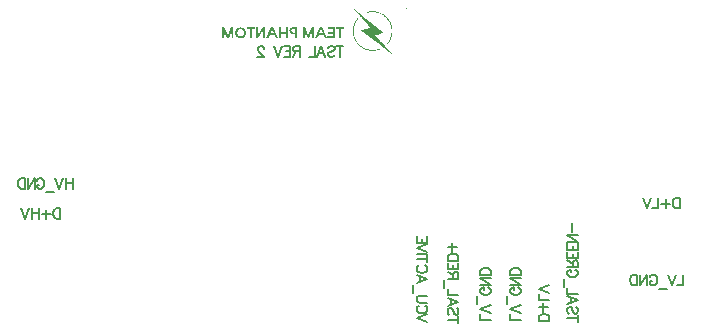
<source format=gbo>
G04*
G04 #@! TF.GenerationSoftware,Altium Limited,Altium Designer,18.1.11 (251)*
G04*
G04 Layer_Color=32896*
%FSLAX25Y25*%
%MOIN*%
G70*
G01*
G75*
%ADD15C,0.00650*%
G36*
X157433Y131452D02*
X157476D01*
Y131410D01*
X157518D01*
Y131367D01*
X157561D01*
Y131325D01*
X157603D01*
Y131282D01*
X157646D01*
Y131240D01*
X157688D01*
Y131198D01*
X157730D01*
Y131155D01*
Y131113D01*
X157815D01*
Y131070D01*
Y131028D01*
X157730D01*
Y131070D01*
Y131113D01*
X157646D01*
Y131155D01*
X157603D01*
Y131198D01*
Y131240D01*
X157518D01*
Y131282D01*
Y131325D01*
X157433D01*
Y131367D01*
Y131410D01*
X157349D01*
Y131452D01*
Y131495D01*
X157433D01*
Y131452D01*
D02*
G37*
G36*
X118189Y121261D02*
X117537D01*
Y122760D01*
X115788D01*
Y121261D01*
X115149D01*
Y124801D01*
X115788D01*
Y123329D01*
X117537D01*
Y124801D01*
X118189D01*
Y121261D01*
D02*
G37*
G36*
X110555D02*
X109916D01*
Y123884D01*
X108043Y121261D01*
X107404D01*
Y124801D01*
X108029D01*
Y122219D01*
X109889Y124801D01*
X110555D01*
Y121261D01*
D02*
G37*
G36*
X126850Y121261D02*
X126239D01*
Y123732D01*
X125268Y121261D01*
X124713D01*
X123741Y123732D01*
Y121261D01*
X123144D01*
Y124801D01*
X123796D01*
X124976Y122122D01*
X126156Y124801D01*
X126850D01*
Y121261D01*
D02*
G37*
G36*
X99964Y121261D02*
X99354D01*
Y123732D01*
X98382Y121261D01*
X97827D01*
X96869Y123732D01*
Y121261D01*
X96259D01*
Y124801D01*
X96911D01*
X98091Y122122D01*
X99284Y124801D01*
X99964D01*
Y121261D01*
D02*
G37*
G36*
X136802Y124232D02*
X135789D01*
Y121261D01*
X135150D01*
Y124232D01*
X134123D01*
Y124801D01*
X136802D01*
Y124232D01*
D02*
G37*
G36*
X133748Y121261D02*
X131306D01*
Y121830D01*
X133110D01*
Y122760D01*
X131430D01*
Y123343D01*
X133110D01*
Y124232D01*
X131333D01*
Y124801D01*
X133748D01*
Y121261D01*
D02*
G37*
G36*
X131000D02*
X130348D01*
X129168Y124120D01*
X128613Y122788D01*
X129335D01*
X129557Y122219D01*
X128377D01*
X127974Y121261D01*
X127267D01*
X128807Y124801D01*
X129515D01*
X131000Y121261D01*
D02*
G37*
G36*
X121284Y121261D02*
X120632D01*
Y124204D01*
X119744D01*
X119591Y124190D01*
X119494Y124148D01*
X119424Y124107D01*
X119410Y124093D01*
X119341Y123995D01*
X119313Y123898D01*
X119299Y123815D01*
Y123787D01*
Y123773D01*
X119313Y123676D01*
X119341Y123593D01*
X119410Y123454D01*
X119466Y123399D01*
X119494Y123357D01*
X119521Y123343D01*
X119535Y123329D01*
X119632Y123274D01*
X119730Y123218D01*
X119952Y123135D01*
X120049Y123107D01*
X120132Y123079D01*
X120188Y123066D01*
X120202D01*
X120104Y122496D01*
X119841Y122538D01*
X119619Y122608D01*
X119424Y122677D01*
X119272Y122746D01*
X119147Y122816D01*
X119063Y122871D01*
X119008Y122913D01*
X118994Y122927D01*
X118869Y123066D01*
X118772Y123204D01*
X118716Y123357D01*
X118661Y123496D01*
X118633Y123607D01*
X118619Y123718D01*
Y123773D01*
Y123801D01*
X118633Y123982D01*
X118661Y124134D01*
X118702Y124259D01*
X118758Y124370D01*
X118814Y124440D01*
X118855Y124509D01*
X118883Y124537D01*
X118897Y124551D01*
X119008Y124634D01*
X119133Y124689D01*
X119272Y124745D01*
X119396Y124773D01*
X119521Y124787D01*
X119619Y124801D01*
X121284D01*
Y121261D01*
D02*
G37*
G36*
X114705D02*
X114039D01*
X112873Y124120D01*
X112318Y122788D01*
X113026D01*
X113262Y122219D01*
X112082D01*
X111679Y121261D01*
X110971D01*
X112512Y124801D01*
X113220D01*
X114705Y121261D01*
D02*
G37*
G36*
X107029Y124232D02*
X106016D01*
Y121261D01*
X105350D01*
Y124232D01*
X104351D01*
Y124801D01*
X107029D01*
Y124232D01*
D02*
G37*
G36*
X102629Y124801D02*
X102907Y124745D01*
X103129Y124676D01*
X103323Y124592D01*
X103462Y124495D01*
X103573Y124426D01*
X103629Y124370D01*
X103657Y124356D01*
X103809Y124176D01*
X103906Y123968D01*
X103990Y123746D01*
X104045Y123524D01*
X104073Y123329D01*
X104087Y123177D01*
X104101Y123107D01*
Y123066D01*
Y123038D01*
Y123024D01*
X104073Y122705D01*
X104017Y122441D01*
X103934Y122205D01*
X103851Y122025D01*
X103768Y121872D01*
X103698Y121761D01*
X103643Y121705D01*
X103629Y121677D01*
X103435Y121525D01*
X103226Y121428D01*
X103018Y121344D01*
X102810Y121289D01*
X102616Y121261D01*
X102463Y121247D01*
X102407Y121233D01*
X102324D01*
X102019Y121247D01*
X101755Y121303D01*
X101533Y121372D01*
X101353Y121456D01*
X101200Y121539D01*
X101103Y121608D01*
X101033Y121664D01*
X101019Y121677D01*
X100867Y121872D01*
X100756Y122080D01*
X100686Y122302D01*
X100631Y122524D01*
X100603Y122719D01*
X100575Y122885D01*
Y122941D01*
Y122982D01*
Y123010D01*
Y123024D01*
X100589Y123343D01*
X100645Y123607D01*
X100714Y123843D01*
X100797Y124023D01*
X100881Y124176D01*
X100950Y124273D01*
X101005Y124343D01*
X101019Y124356D01*
X101200Y124509D01*
X101408Y124620D01*
X101630Y124703D01*
X101838Y124759D01*
X102033Y124787D01*
X102185Y124814D01*
X102324D01*
X102629Y124801D01*
D02*
G37*
G36*
X146921Y130214D02*
X147281Y130172D01*
X147601Y130117D01*
X147740Y130089D01*
X147864Y130061D01*
X147975Y130033D01*
X148073Y130006D01*
X148156Y129992D01*
X148211Y129978D01*
X148239Y129964D01*
X148253D01*
X148628Y129839D01*
X148975Y129686D01*
X149308Y129534D01*
X149585Y129381D01*
X149710Y129312D01*
X149835Y129242D01*
X149933Y129173D01*
X150016Y129131D01*
X150071Y129076D01*
X150127Y129048D01*
X150155Y129034D01*
X150169Y129020D01*
X150488Y128784D01*
X150793Y128520D01*
X151057Y128271D01*
X151293Y128035D01*
X151473Y127813D01*
X151557Y127729D01*
X151612Y127646D01*
X151667Y127577D01*
X151709Y127535D01*
X151723Y127507D01*
X151737Y127493D01*
X151959Y127146D01*
X152167Y126799D01*
X152320Y126466D01*
X152459Y126161D01*
X152514Y126022D01*
X152570Y125897D01*
X152597Y125786D01*
X152639Y125703D01*
X152667Y125619D01*
X152681Y125564D01*
X152695Y125536D01*
Y125522D01*
X152792Y125134D01*
X152861Y124745D01*
X152917Y124384D01*
X152945Y124065D01*
X152958Y123926D01*
Y123787D01*
X152972Y123676D01*
Y123579D01*
Y123510D01*
Y123440D01*
Y123413D01*
Y123399D01*
X152945Y122996D01*
X152889Y122621D01*
X152820Y122274D01*
X152750Y121955D01*
X152708Y121816D01*
X152681Y121691D01*
X152639Y121580D01*
X152611Y121497D01*
X152584Y121414D01*
X152570Y121358D01*
X152556Y121331D01*
Y121317D01*
X152403Y120942D01*
X152223Y120581D01*
X152042Y120262D01*
X151862Y119984D01*
X151779Y119859D01*
X151709Y119748D01*
X151640Y119651D01*
X151570Y119568D01*
X151529Y119498D01*
X151487Y119457D01*
X151473Y119429D01*
X151459Y119415D01*
Y119429D01*
X151223Y119596D01*
X151459Y119915D01*
X151681Y120234D01*
X151862Y120539D01*
X152001Y120817D01*
X152126Y121053D01*
X152167Y121164D01*
X152209Y121247D01*
X152237Y121317D01*
X152264Y121372D01*
X152278Y121400D01*
Y121414D01*
X152403Y121789D01*
X152486Y122136D01*
X152570Y122483D01*
X152611Y122788D01*
X152639Y122913D01*
X152653Y123038D01*
Y123149D01*
X152667Y123246D01*
X152681Y123315D01*
Y123371D01*
Y123399D01*
Y123413D01*
Y123787D01*
X152653Y124162D01*
X152611Y124495D01*
X152556Y124801D01*
X152528Y124939D01*
X152514Y125064D01*
X152486Y125175D01*
X152459Y125259D01*
X152445Y125342D01*
X152431Y125397D01*
X152417Y125425D01*
Y125439D01*
X152292Y125814D01*
X152139Y126161D01*
X151987Y126480D01*
X151834Y126758D01*
X151765Y126883D01*
X151695Y126994D01*
X151640Y127077D01*
X151584Y127160D01*
X151543Y127230D01*
X151515Y127271D01*
X151487Y127299D01*
Y127313D01*
X151237Y127632D01*
X150987Y127910D01*
X150738Y128173D01*
X150502Y128382D01*
X150307Y128562D01*
X150141Y128687D01*
X150085Y128743D01*
X150044Y128770D01*
X150016Y128798D01*
X150002D01*
X149669Y129006D01*
X149350Y129187D01*
X149044Y129339D01*
X148767Y129464D01*
X148517Y129561D01*
X148420Y129603D01*
X148336Y129631D01*
X148267Y129659D01*
X148211Y129672D01*
X148184Y129686D01*
X148170D01*
X147795Y129783D01*
X147434Y129853D01*
X147101Y129894D01*
X146782Y129922D01*
X146643D01*
X146518Y129936D01*
X146143D01*
X145755Y129908D01*
X145380Y129867D01*
X145033Y129797D01*
X144728Y129714D01*
X144589Y129686D01*
X144464Y129645D01*
X144353Y129617D01*
X144270Y129575D01*
X144186Y129561D01*
X144131Y129534D01*
X144103Y129520D01*
X144089D01*
X143992Y129783D01*
X144380Y129922D01*
X144769Y130033D01*
X145130Y130117D01*
X145449Y130172D01*
X145602Y130186D01*
X145727Y130214D01*
X145852D01*
X145949Y130228D01*
X146018Y130242D01*
X146532D01*
X146921Y130214D01*
D02*
G37*
G36*
X141632Y127799D02*
X141369Y127479D01*
X141147Y127160D01*
X140952Y126855D01*
X140799Y126577D01*
X140675Y126327D01*
X140619Y126230D01*
X140577Y126133D01*
X140550Y126064D01*
X140522Y126008D01*
X140508Y125980D01*
Y125967D01*
X140369Y125592D01*
X140272Y125231D01*
X140189Y124884D01*
X140133Y124578D01*
X140119Y124440D01*
X140092Y124315D01*
Y124204D01*
X140078Y124120D01*
X140064Y124037D01*
Y123982D01*
Y123954D01*
Y123940D01*
Y123551D01*
X140078Y123190D01*
X140119Y122844D01*
X140161Y122524D01*
X140189Y122385D01*
X140217Y122260D01*
X140230Y122150D01*
X140258Y122066D01*
X140272Y121983D01*
X140286Y121927D01*
X140300Y121900D01*
Y121886D01*
X140425Y121511D01*
X140577Y121150D01*
X140730Y120817D01*
X140883Y120526D01*
X140952Y120401D01*
X141022Y120290D01*
X141091Y120192D01*
X141133Y120109D01*
X141188Y120040D01*
X141216Y119998D01*
X141230Y119970D01*
X141244Y119956D01*
X141493Y119623D01*
X141757Y119332D01*
X142007Y119082D01*
X142257Y118860D01*
X142465Y118679D01*
X142548Y118610D01*
X142618Y118555D01*
X142687Y118499D01*
X142729Y118471D01*
X142757Y118457D01*
X142770Y118444D01*
X143104Y118235D01*
X143437Y118055D01*
X143756Y117902D01*
X144047Y117777D01*
X144297Y117680D01*
X144394Y117639D01*
X144492Y117611D01*
X144561Y117583D01*
X144616Y117569D01*
X144644Y117555D01*
X144658D01*
X145033Y117472D01*
X145408Y117403D01*
X145755Y117361D01*
X146060Y117347D01*
X146213Y117333D01*
X146726D01*
X147115Y117375D01*
X147490Y117430D01*
X147851Y117514D01*
X148156Y117597D01*
X148309Y117639D01*
X148433Y117680D01*
X148531Y117722D01*
X148628Y117750D01*
X148711Y117777D01*
X148767Y117805D01*
X148794Y117819D01*
X148808D01*
X148919Y117555D01*
X148475Y117389D01*
X148267Y117319D01*
X148073Y117264D01*
X147906Y117222D01*
X147781Y117194D01*
X147698Y117167D01*
X147670D01*
X147420Y117125D01*
X147198Y117097D01*
X146976Y117069D01*
X146782Y117055D01*
X146615D01*
X146490Y117042D01*
X146379D01*
X146046Y117055D01*
X145893D01*
X145768Y117069D01*
X145658Y117083D01*
X145560D01*
X145505Y117097D01*
X145491D01*
X145172Y117153D01*
X145019Y117180D01*
X144880Y117208D01*
X144769Y117236D01*
X144686Y117264D01*
X144630Y117278D01*
X144616D01*
X144214Y117403D01*
X143839Y117555D01*
X143506Y117708D01*
X143201Y117861D01*
X143076Y117930D01*
X142951Y117999D01*
X142854Y118055D01*
X142770Y118110D01*
X142701Y118166D01*
X142646Y118194D01*
X142618Y118208D01*
X142604Y118221D01*
X142271Y118471D01*
X141965Y118735D01*
X141688Y118999D01*
X141466Y119249D01*
X141271Y119457D01*
X141202Y119554D01*
X141133Y119623D01*
X141091Y119693D01*
X141049Y119734D01*
X141035Y119762D01*
X141022Y119776D01*
X140786Y120123D01*
X140591Y120470D01*
X140411Y120817D01*
X140272Y121122D01*
X140217Y121261D01*
X140175Y121386D01*
X140133Y121497D01*
X140092Y121594D01*
X140064Y121664D01*
X140050Y121733D01*
X140036Y121761D01*
Y121775D01*
X139939Y122177D01*
X139856Y122580D01*
X139814Y122954D01*
X139786Y123288D01*
X139772Y123440D01*
Y123579D01*
Y123704D01*
Y123801D01*
Y123884D01*
Y123940D01*
Y123982D01*
Y123995D01*
X139814Y124412D01*
X139883Y124801D01*
X139953Y125161D01*
X140036Y125481D01*
X140078Y125619D01*
X140119Y125744D01*
X140161Y125855D01*
X140189Y125953D01*
X140217Y126036D01*
X140244Y126091D01*
X140258Y126119D01*
Y126133D01*
X140425Y126508D01*
X140619Y126869D01*
X140799Y127174D01*
X140994Y127452D01*
X141077Y127577D01*
X141160Y127674D01*
X141230Y127771D01*
X141285Y127854D01*
X141341Y127910D01*
X141382Y127951D01*
X141396Y127979D01*
X141410Y127993D01*
X141632Y127799D01*
D02*
G37*
G36*
X140702Y130602D02*
X141147Y130242D01*
X141549Y129908D01*
X141743Y129756D01*
X141924Y129603D01*
X142076Y129478D01*
X142229Y129353D01*
X142354Y129256D01*
X142465Y129159D01*
X142548Y129089D01*
X142618Y129034D01*
X142659Y129006D01*
X142673Y128992D01*
X143117Y128631D01*
X143562Y128271D01*
X143978Y127937D01*
X144158Y127771D01*
X144339Y127632D01*
X144505Y127493D01*
X144658Y127382D01*
X144783Y127271D01*
X144894Y127174D01*
X144977Y127105D01*
X145047Y127049D01*
X145088Y127021D01*
X145102Y127007D01*
X145546Y126647D01*
X145991Y126286D01*
X146407Y125953D01*
X146587Y125800D01*
X146768Y125647D01*
X146934Y125522D01*
X147087Y125397D01*
X147212Y125300D01*
X147323Y125203D01*
X147406Y125134D01*
X147476Y125078D01*
X147517Y125050D01*
X147531Y125037D01*
X147989Y124662D01*
X148420Y124301D01*
X148836Y123968D01*
X149030Y123815D01*
X149211Y123662D01*
X149363Y123524D01*
X149516Y123413D01*
X149655Y123301D01*
X149766Y123204D01*
X149849Y123135D01*
X149919Y123079D01*
X149960Y123052D01*
X149974Y123038D01*
X149724Y122954D01*
X149475Y122871D01*
X149252Y122788D01*
X149058Y122719D01*
X148878Y122663D01*
X148753Y122621D01*
X148669Y122594D01*
X148656Y122580D01*
X148642D01*
X148392Y122496D01*
X148156Y122427D01*
X147934Y122344D01*
X147726Y122274D01*
X147559Y122219D01*
X147420Y122177D01*
X147337Y122150D01*
X147323Y122136D01*
X147309D01*
X147573Y121858D01*
X147823Y121580D01*
X148059Y121317D01*
X148281Y121095D01*
X148447Y120900D01*
X148586Y120748D01*
X148642Y120692D01*
X148683Y120650D01*
X148697Y120637D01*
X148711Y120623D01*
X148975Y120345D01*
X149225Y120068D01*
X149475Y119804D01*
X149683Y119582D01*
X149863Y119387D01*
X150002Y119235D01*
X150057Y119179D01*
X150099Y119138D01*
X150113Y119124D01*
X150127Y119110D01*
X150391Y118832D01*
X150640Y118568D01*
X150876Y118319D01*
X151085Y118096D01*
X151265Y117902D01*
X151390Y117750D01*
X151445Y117694D01*
X151487Y117652D01*
X151501Y117639D01*
X151515Y117625D01*
X151779Y117347D01*
X152028Y117083D01*
X152264Y116833D01*
X152473Y116611D01*
X152653Y116417D01*
X152778Y116264D01*
X152833Y116209D01*
X152875Y116167D01*
X152889Y116153D01*
X152903Y116139D01*
Y116126D01*
Y116112D01*
X152889Y116084D01*
X152875Y116070D01*
X152389Y116431D01*
X151931Y116778D01*
X151487Y117111D01*
X151279Y117264D01*
X151098Y117403D01*
X150918Y117541D01*
X150765Y117652D01*
X150627Y117763D01*
X150502Y117847D01*
X150404Y117916D01*
X150335Y117972D01*
X150293Y117999D01*
X150279Y118013D01*
X149794Y118374D01*
X149322Y118721D01*
X148878Y119054D01*
X148683Y119207D01*
X148489Y119346D01*
X148322Y119484D01*
X148156Y119596D01*
X148017Y119707D01*
X147906Y119790D01*
X147809Y119859D01*
X147740Y119915D01*
X147698Y119943D01*
X147684Y119956D01*
X147198Y120331D01*
X146726Y120678D01*
X146282Y121011D01*
X146074Y121164D01*
X145893Y121317D01*
X145713Y121442D01*
X145560Y121566D01*
X145422Y121664D01*
X145297Y121761D01*
X145199Y121830D01*
X145130Y121886D01*
X145088Y121914D01*
X145074Y121927D01*
X144589Y122302D01*
X144117Y122663D01*
X143673Y122996D01*
X143464Y123149D01*
X143270Y123288D01*
X143090Y123426D01*
X142937Y123538D01*
X142798Y123649D01*
X142673Y123732D01*
X142576Y123801D01*
X142507Y123857D01*
X142465Y123884D01*
X142451Y123898D01*
X142757Y123982D01*
X143048Y124065D01*
X143326Y124134D01*
X143576Y124204D01*
X143784Y124245D01*
X143867Y124273D01*
X143936Y124287D01*
X143992Y124315D01*
X144034D01*
X144061Y124329D01*
X144075D01*
X144380Y124412D01*
X144672Y124495D01*
X144936Y124565D01*
X145186Y124634D01*
X145394Y124689D01*
X145477Y124717D01*
X145546Y124731D01*
X145602Y124745D01*
X145644Y124759D01*
X145671Y124773D01*
X145685D01*
X145422Y125064D01*
X145172Y125328D01*
X144950Y125592D01*
X144741Y125828D01*
X144561Y126022D01*
X144422Y126175D01*
X144380Y126230D01*
X144339Y126272D01*
X144325Y126286D01*
X144311Y126300D01*
X144047Y126591D01*
X143798Y126869D01*
X143576Y127132D01*
X143367Y127368D01*
X143187Y127563D01*
X143048Y127715D01*
X143006Y127771D01*
X142965Y127813D01*
X142951Y127826D01*
X142937Y127840D01*
X142687Y128132D01*
X142437Y128395D01*
X142201Y128659D01*
X142007Y128895D01*
X141827Y129089D01*
X141688Y129242D01*
X141646Y129298D01*
X141604Y129339D01*
X141591Y129353D01*
X141577Y129367D01*
X141327Y129659D01*
X141077Y129922D01*
X140855Y130186D01*
X140647Y130408D01*
X140480Y130602D01*
X140341Y130755D01*
X140300Y130811D01*
X140258Y130852D01*
X140244Y130866D01*
X140230Y130880D01*
Y130908D01*
X140244Y130922D01*
Y130949D01*
X140258Y130963D01*
X140702Y130602D01*
D02*
G37*
%LPC*%
G36*
X102421Y124259D02*
X102324D01*
X102144Y124245D01*
X101977Y124204D01*
X101838Y124162D01*
X101727Y124107D01*
X101644Y124037D01*
X101588Y123995D01*
X101547Y123954D01*
X101533Y123940D01*
X101436Y123815D01*
X101366Y123676D01*
X101325Y123524D01*
X101283Y123371D01*
X101269Y123246D01*
X101255Y123135D01*
Y123066D01*
Y123052D01*
Y123038D01*
X101269Y122830D01*
X101297Y122635D01*
X101339Y122483D01*
X101394Y122358D01*
X101450Y122247D01*
X101491Y122177D01*
X101519Y122136D01*
X101533Y122122D01*
X101644Y122025D01*
X101769Y121941D01*
X101894Y121886D01*
X102033Y121858D01*
X102144Y121830D01*
X102241Y121816D01*
X102324D01*
X102518Y121830D01*
X102685Y121858D01*
X102838Y121914D01*
X102949Y121969D01*
X103046Y122025D01*
X103101Y122080D01*
X103143Y122108D01*
X103157Y122122D01*
X103240Y122247D01*
X103310Y122399D01*
X103351Y122552D01*
X103393Y122691D01*
X103407Y122830D01*
X103421Y122941D01*
Y123010D01*
Y123038D01*
X103407Y123246D01*
X103379Y123426D01*
X103337Y123579D01*
X103282Y123718D01*
X103240Y123815D01*
X103199Y123884D01*
X103171Y123926D01*
X103157Y123940D01*
X103046Y124051D01*
X102907Y124120D01*
X102768Y124176D01*
X102629Y124218D01*
X102518Y124245D01*
X102421Y124259D01*
D02*
G37*
%LPD*%
D15*
X174899Y27416D02*
X171400D01*
X174899Y26250D02*
Y28583D01*
X174399Y31332D02*
X174733Y30999D01*
X174899Y30499D01*
Y29833D01*
X174733Y29333D01*
X174399Y28999D01*
X174066D01*
X173733Y29166D01*
X173566Y29333D01*
X173400Y29666D01*
X173066Y30666D01*
X172900Y30999D01*
X172733Y31166D01*
X172400Y31332D01*
X171900D01*
X171567Y30999D01*
X171400Y30499D01*
Y29833D01*
X171567Y29333D01*
X171900Y28999D01*
X171400Y34782D02*
X174899Y33448D01*
X171400Y32115D01*
X172566Y32615D02*
Y34282D01*
X174899Y35598D02*
X171400D01*
Y37598D01*
X170234Y37981D02*
Y40647D01*
X174899Y41097D02*
X171400D01*
X174899D02*
Y42597D01*
X174733Y43096D01*
X174566Y43263D01*
X174233Y43430D01*
X173899D01*
X173566Y43263D01*
X173400Y43096D01*
X173233Y42597D01*
Y41097D01*
Y42263D02*
X171400Y43430D01*
X174899Y46379D02*
Y44213D01*
X171400D01*
Y46379D01*
X173233Y44213D02*
Y45546D01*
X174899Y46962D02*
X171400D01*
X174899D02*
Y48129D01*
X174733Y48629D01*
X174399Y48962D01*
X174066Y49128D01*
X173566Y49295D01*
X172733D01*
X172233Y49128D01*
X171900Y48962D01*
X171567Y48629D01*
X171400Y48129D01*
Y46962D01*
X174399Y51578D02*
X171400D01*
X172900Y50078D02*
Y53078D01*
X214649Y27816D02*
X211150D01*
X214649Y26650D02*
Y28983D01*
X214149Y31732D02*
X214483Y31399D01*
X214649Y30899D01*
Y30233D01*
X214483Y29733D01*
X214149Y29399D01*
X213816D01*
X213483Y29566D01*
X213316Y29733D01*
X213150Y30066D01*
X212816Y31066D01*
X212650Y31399D01*
X212483Y31566D01*
X212150Y31732D01*
X211650D01*
X211317Y31399D01*
X211150Y30899D01*
Y30233D01*
X211317Y29733D01*
X211650Y29399D01*
X211150Y35181D02*
X214649Y33849D01*
X211150Y32515D01*
X212316Y33015D02*
Y34682D01*
X214649Y35998D02*
X211150D01*
Y37998D01*
X209984Y38381D02*
Y41047D01*
X213816Y43996D02*
X214149Y43830D01*
X214483Y43496D01*
X214649Y43163D01*
Y42497D01*
X214483Y42163D01*
X214149Y41830D01*
X213816Y41664D01*
X213316Y41497D01*
X212483D01*
X211983Y41664D01*
X211650Y41830D01*
X211317Y42163D01*
X211150Y42497D01*
Y43163D01*
X211317Y43496D01*
X211650Y43830D01*
X211983Y43996D01*
X212483D01*
Y43163D02*
Y43996D01*
X214649Y44796D02*
X211150D01*
X214649D02*
Y46296D01*
X214483Y46796D01*
X214316Y46962D01*
X213983Y47129D01*
X213650D01*
X213316Y46962D01*
X213150Y46796D01*
X212983Y46296D01*
Y44796D01*
Y45963D02*
X211150Y47129D01*
X214649Y50078D02*
Y47912D01*
X211150D01*
Y50078D01*
X212983Y47912D02*
Y49245D01*
X214649Y52828D02*
Y50661D01*
X211150D01*
Y52828D01*
X212983Y50661D02*
Y51995D01*
X214649Y53411D02*
X211150D01*
X214649D02*
X211150Y55744D01*
X214649D02*
X211150D01*
X212650Y56710D02*
Y59710D01*
X42250Y64599D02*
Y61100D01*
Y64599D02*
X41084D01*
X40584Y64433D01*
X40250Y64099D01*
X40084Y63766D01*
X39917Y63266D01*
Y62433D01*
X40084Y61933D01*
X40250Y61600D01*
X40584Y61267D01*
X41084Y61100D01*
X42250D01*
X37634Y64099D02*
Y61100D01*
X39134Y62600D02*
X36135D01*
X35102Y64599D02*
Y61100D01*
X32769Y64599D02*
Y61100D01*
X35102Y62933D02*
X32769D01*
X31802Y64599D02*
X30469Y61100D01*
X29136Y64599D02*
X30469Y61100D01*
X46500Y74499D02*
Y71000D01*
X44167Y74499D02*
Y71000D01*
X46500Y72833D02*
X44167D01*
X43201Y74499D02*
X41868Y71000D01*
X40535Y74499D02*
X41868Y71000D01*
X40085Y69834D02*
X37419D01*
X34469Y73666D02*
X34636Y73999D01*
X34969Y74333D01*
X35302Y74499D01*
X35969D01*
X36302Y74333D01*
X36635Y73999D01*
X36802Y73666D01*
X36969Y73166D01*
Y72333D01*
X36802Y71833D01*
X36635Y71500D01*
X36302Y71167D01*
X35969Y71000D01*
X35302D01*
X34969Y71167D01*
X34636Y71500D01*
X34469Y71833D01*
Y72333D01*
X35302D02*
X34469D01*
X33669Y74499D02*
Y71000D01*
Y74499D02*
X31337Y71000D01*
Y74499D02*
Y71000D01*
X30370Y74499D02*
Y71000D01*
Y74499D02*
X29204D01*
X28704Y74333D01*
X28371Y73999D01*
X28204Y73666D01*
X28037Y73166D01*
Y72333D01*
X28204Y71833D01*
X28371Y71500D01*
X28704Y71167D01*
X29204Y71000D01*
X30370D01*
X249850Y42349D02*
Y38850D01*
X247850D01*
X247467Y42349D02*
X246134Y38850D01*
X244801Y42349D02*
X246134Y38850D01*
X244351Y37684D02*
X241685D01*
X238736Y41516D02*
X238902Y41849D01*
X239236Y42183D01*
X239569Y42349D01*
X240235D01*
X240569Y42183D01*
X240902Y41849D01*
X241069Y41516D01*
X241235Y41016D01*
Y40183D01*
X241069Y39683D01*
X240902Y39350D01*
X240569Y39017D01*
X240235Y38850D01*
X239569D01*
X239236Y39017D01*
X238902Y39350D01*
X238736Y39683D01*
Y40183D01*
X239569D02*
X238736D01*
X237936Y42349D02*
Y38850D01*
Y42349D02*
X235603Y38850D01*
Y42349D02*
Y38850D01*
X234637Y42349D02*
Y38850D01*
Y42349D02*
X233470D01*
X232970Y42183D01*
X232637Y41849D01*
X232470Y41516D01*
X232304Y41016D01*
Y40183D01*
X232470Y39683D01*
X232637Y39350D01*
X232970Y39017D01*
X233470Y38850D01*
X234637D01*
X248700Y68099D02*
Y64600D01*
Y68099D02*
X247534D01*
X247034Y67933D01*
X246700Y67599D01*
X246534Y67266D01*
X246367Y66766D01*
Y65933D01*
X246534Y65433D01*
X246700Y65100D01*
X247034Y64767D01*
X247534Y64600D01*
X248700D01*
X244084Y67599D02*
Y64600D01*
X245584Y66100D02*
X242585D01*
X241551Y68099D02*
Y64600D01*
X239552D01*
X239169Y68099D02*
X237836Y64600D01*
X236503Y68099D02*
X237836Y64600D01*
X185699Y27150D02*
X182200D01*
Y29150D01*
X185699Y29533D02*
X182200Y30866D01*
X185699Y32199D02*
X182200Y30866D01*
X181034Y32649D02*
Y35315D01*
X184866Y38264D02*
X185199Y38098D01*
X185533Y37764D01*
X185699Y37431D01*
Y36765D01*
X185533Y36431D01*
X185199Y36098D01*
X184866Y35932D01*
X184366Y35765D01*
X183533D01*
X183033Y35932D01*
X182700Y36098D01*
X182367Y36431D01*
X182200Y36765D01*
Y37431D01*
X182367Y37764D01*
X182700Y38098D01*
X183033Y38264D01*
X183533D01*
Y37431D02*
Y38264D01*
X185699Y39064D02*
X182200D01*
X185699D02*
X182200Y41397D01*
X185699D02*
X182200D01*
X185699Y42363D02*
X182200D01*
X185699D02*
Y43530D01*
X185533Y44030D01*
X185199Y44363D01*
X184866Y44530D01*
X184366Y44696D01*
X183533D01*
X183033Y44530D01*
X182700Y44363D01*
X182367Y44030D01*
X182200Y43530D01*
Y42363D01*
X195749Y27150D02*
X192250D01*
Y29150D01*
X195749Y29533D02*
X192250Y30866D01*
X195749Y32199D02*
X192250Y30866D01*
X191084Y32649D02*
Y35315D01*
X194916Y38264D02*
X195249Y38098D01*
X195583Y37764D01*
X195749Y37431D01*
Y36765D01*
X195583Y36431D01*
X195249Y36098D01*
X194916Y35932D01*
X194416Y35765D01*
X193583D01*
X193083Y35932D01*
X192750Y36098D01*
X192417Y36431D01*
X192250Y36765D01*
Y37431D01*
X192417Y37764D01*
X192750Y38098D01*
X193083Y38264D01*
X193583D01*
Y37431D02*
Y38264D01*
X195749Y39064D02*
X192250D01*
X195749D02*
X192250Y41397D01*
X195749D02*
X192250D01*
X195749Y42363D02*
X192250D01*
X195749D02*
Y43530D01*
X195583Y44030D01*
X195249Y44363D01*
X194916Y44530D01*
X194416Y44696D01*
X193583D01*
X193083Y44530D01*
X192750Y44363D01*
X192417Y44030D01*
X192250Y43530D01*
Y42363D01*
X205249Y26900D02*
X201750D01*
X205249D02*
Y28066D01*
X205083Y28566D01*
X204749Y28900D01*
X204416Y29066D01*
X203916Y29233D01*
X203083D01*
X202583Y29066D01*
X202250Y28900D01*
X201917Y28566D01*
X201750Y28066D01*
Y26900D01*
X204749Y31516D02*
X201750D01*
X203250Y30016D02*
Y33015D01*
X205249Y34049D02*
X201750D01*
Y36048D01*
X205249Y36431D02*
X201750Y37764D01*
X205249Y39097D02*
X201750Y37764D01*
X164599Y26500D02*
X161100Y27833D01*
X164599Y29166D02*
X161100Y27833D01*
X163766Y32116D02*
X164099Y31949D01*
X164433Y31616D01*
X164599Y31282D01*
Y30616D01*
X164433Y30283D01*
X164099Y29949D01*
X163766Y29783D01*
X163266Y29616D01*
X162433D01*
X161933Y29783D01*
X161600Y29949D01*
X161267Y30283D01*
X161100Y30616D01*
Y31282D01*
X161267Y31616D01*
X161600Y31949D01*
X161933Y32116D01*
X164599Y33099D02*
X162100D01*
X161600Y33265D01*
X161267Y33599D01*
X161100Y34098D01*
Y34432D01*
X161267Y34931D01*
X161600Y35265D01*
X162100Y35431D01*
X164599D01*
X159934Y36398D02*
Y39064D01*
X161100Y42180D02*
X164599Y40847D01*
X161100Y39514D01*
X162266Y40014D02*
Y41680D01*
X163766Y45496D02*
X164099Y45329D01*
X164433Y44996D01*
X164599Y44663D01*
Y43996D01*
X164433Y43663D01*
X164099Y43330D01*
X163766Y43163D01*
X163266Y42996D01*
X162433D01*
X161933Y43163D01*
X161600Y43330D01*
X161267Y43663D01*
X161100Y43996D01*
Y44663D01*
X161267Y44996D01*
X161600Y45329D01*
X161933Y45496D01*
X164599Y47646D02*
X161100D01*
X164599Y46479D02*
Y48812D01*
Y49229D02*
X161100D01*
X164599Y49962D02*
X161100Y51295D01*
X164599Y52628D02*
X161100Y51295D01*
X164599Y55244D02*
Y53078D01*
X161100D01*
Y55244D01*
X162933Y53078D02*
Y54411D01*
X135334Y118499D02*
Y115000D01*
X136500Y118499D02*
X134167D01*
X131418Y117999D02*
X131751Y118333D01*
X132251Y118499D01*
X132917D01*
X133417Y118333D01*
X133751Y117999D01*
Y117666D01*
X133584Y117333D01*
X133417Y117166D01*
X133084Y117000D01*
X132084Y116666D01*
X131751Y116500D01*
X131584Y116333D01*
X131418Y116000D01*
Y115500D01*
X131751Y115167D01*
X132251Y115000D01*
X132917D01*
X133417Y115167D01*
X133751Y115500D01*
X127969Y115000D02*
X129302Y118499D01*
X130635Y115000D01*
X130135Y116166D02*
X128468D01*
X127152Y118499D02*
Y115000D01*
X125152D01*
X122020Y118499D02*
Y115000D01*
Y118499D02*
X120520D01*
X120020Y118333D01*
X119854Y118166D01*
X119687Y117833D01*
Y117499D01*
X119854Y117166D01*
X120020Y117000D01*
X120520Y116833D01*
X122020D01*
X120853D02*
X119687Y115000D01*
X116738Y118499D02*
X118904D01*
Y115000D01*
X116738D01*
X118904Y116833D02*
X117571D01*
X116154Y118499D02*
X114821Y115000D01*
X113488Y118499D02*
X114821Y115000D01*
X110122Y117666D02*
Y117833D01*
X109956Y118166D01*
X109789Y118333D01*
X109456Y118499D01*
X108789D01*
X108456Y118333D01*
X108289Y118166D01*
X108123Y117833D01*
Y117499D01*
X108289Y117166D01*
X108623Y116666D01*
X110289Y115000D01*
X107956D01*
M02*

</source>
